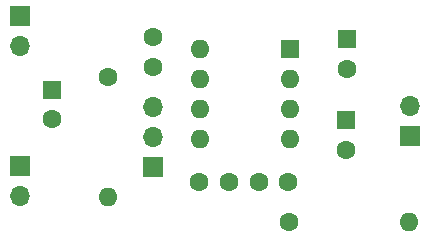
<source format=gbr>
%TF.GenerationSoftware,KiCad,Pcbnew,6.0.11-3.fc37*%
%TF.CreationDate,2023-05-27T21:17:40+01:00*%
%TF.ProjectId,tda2822 board,74646132-3832-4322-9062-6f6172642e6b,rev?*%
%TF.SameCoordinates,Original*%
%TF.FileFunction,Copper,L2,Bot*%
%TF.FilePolarity,Positive*%
%FSLAX46Y46*%
G04 Gerber Fmt 4.6, Leading zero omitted, Abs format (unit mm)*
G04 Created by KiCad (PCBNEW 6.0.11-3.fc37) date 2023-05-27 21:17:40*
%MOMM*%
%LPD*%
G01*
G04 APERTURE LIST*
%TA.AperFunction,ComponentPad*%
%ADD10C,1.600000*%
%TD*%
%TA.AperFunction,ComponentPad*%
%ADD11R,1.700000X1.700000*%
%TD*%
%TA.AperFunction,ComponentPad*%
%ADD12O,1.700000X1.700000*%
%TD*%
%TA.AperFunction,ComponentPad*%
%ADD13R,1.600000X1.600000*%
%TD*%
%TA.AperFunction,ComponentPad*%
%ADD14O,1.600000X1.600000*%
%TD*%
G04 APERTURE END LIST*
D10*
%TO.P,C6,1*%
%TO.N,GND*%
X183200000Y-96200000D03*
%TO.P,C6,2*%
%TO.N,Net-(C6-Pad2)*%
X185700000Y-96200000D03*
%TD*%
D11*
%TO.P,J2,1,Pin_1*%
%TO.N,GND*%
X163000000Y-82140000D03*
D12*
%TO.P,J2,2,Pin_2*%
%TO.N,Net-(C2-Pad1)*%
X163000000Y-84680000D03*
%TD*%
D11*
%TO.P,RV1,1,1*%
%TO.N,unconnected-(RV1-Pad1)*%
X174200000Y-94925000D03*
D12*
%TO.P,RV1,2,2*%
%TO.N,GND*%
X174200000Y-92385000D03*
%TO.P,RV1,3,3*%
%TO.N,Net-(C3-Pad2)*%
X174200000Y-89845000D03*
%TD*%
D11*
%TO.P,J1,1,Pin_1*%
%TO.N,GND*%
X163000000Y-94840000D03*
D12*
%TO.P,J1,2,Pin_2*%
%TO.N,+5V*%
X163000000Y-97380000D03*
%TD*%
D11*
%TO.P,J3,1,Pin_1*%
%TO.N,Net-(C5-Pad2)*%
X196020000Y-92305000D03*
D12*
%TO.P,J3,2,Pin_2*%
%TO.N,GND*%
X196020000Y-89765000D03*
%TD*%
D10*
%TO.P,C3,1*%
%TO.N,GND*%
X174200000Y-83950000D03*
%TO.P,C3,2*%
%TO.N,Net-(C3-Pad2)*%
X174200000Y-86450000D03*
%TD*%
D13*
%TO.P,C4,1*%
%TO.N,Net-(C4-Pad1)*%
X190689776Y-84139776D03*
D10*
%TO.P,C4,2*%
%TO.N,GND*%
X190689776Y-86639776D03*
%TD*%
%TO.P,R1,1*%
%TO.N,Net-(C3-Pad2)*%
X170400000Y-87320000D03*
D14*
%TO.P,R1,2*%
%TO.N,Net-(C2-Pad2)*%
X170400000Y-97480000D03*
%TD*%
D13*
%TO.P,C5,1*%
%TO.N,Net-(C5-Pad1)*%
X190600000Y-90974435D03*
D10*
%TO.P,C5,2*%
%TO.N,Net-(C5-Pad2)*%
X190600000Y-93474435D03*
%TD*%
%TO.P,R2,1*%
%TO.N,Net-(C6-Pad2)*%
X185720000Y-99600000D03*
D14*
%TO.P,R2,2*%
%TO.N,Net-(C5-Pad2)*%
X195880000Y-99600000D03*
%TD*%
D13*
%TO.P,C2,1*%
%TO.N,Net-(C2-Pad1)*%
X165700000Y-88400000D03*
D10*
%TO.P,C2,2*%
%TO.N,Net-(C2-Pad2)*%
X165700000Y-90900000D03*
%TD*%
D13*
%TO.P,U1,1*%
%TO.N,Net-(C5-Pad1)*%
X185800000Y-85000000D03*
D14*
%TO.P,U1,2,V+*%
%TO.N,+5V*%
X185800000Y-87540000D03*
%TO.P,U1,3*%
%TO.N,unconnected-(U1-Pad3)*%
X185800000Y-90080000D03*
%TO.P,U1,4,V-*%
%TO.N,GND*%
X185800000Y-92620000D03*
%TO.P,U1,5,-*%
X178180000Y-92620000D03*
%TO.P,U1,6,+*%
X178180000Y-90080000D03*
%TO.P,U1,7,+*%
%TO.N,Net-(C3-Pad2)*%
X178180000Y-87540000D03*
%TO.P,U1,8,-*%
%TO.N,Net-(C4-Pad1)*%
X178180000Y-85000000D03*
%TD*%
D10*
%TO.P,C7,1*%
%TO.N,+5V*%
X180650000Y-96200000D03*
%TO.P,C7,2*%
%TO.N,GND*%
X178150000Y-96200000D03*
%TD*%
M02*

</source>
